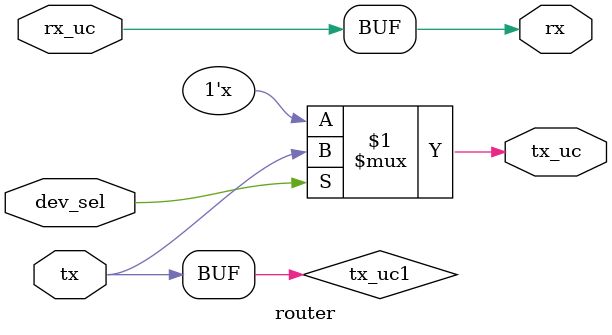
<source format=v>
module router(rx_uc,tx,rx,tx_uc,dev_sel);
   
		input rx_uc;
		input tx;
		input dev_sel;

   		output rx;
		output tx_uc;
		
		wire tx_uc1;
		wire rx;

		
		assign rx = rx_uc;
		assign tx_uc1 = tx;
					
		assign tx_uc=(dev_sel)?tx_uc1:1'bz;
		
endmodule
</source>
